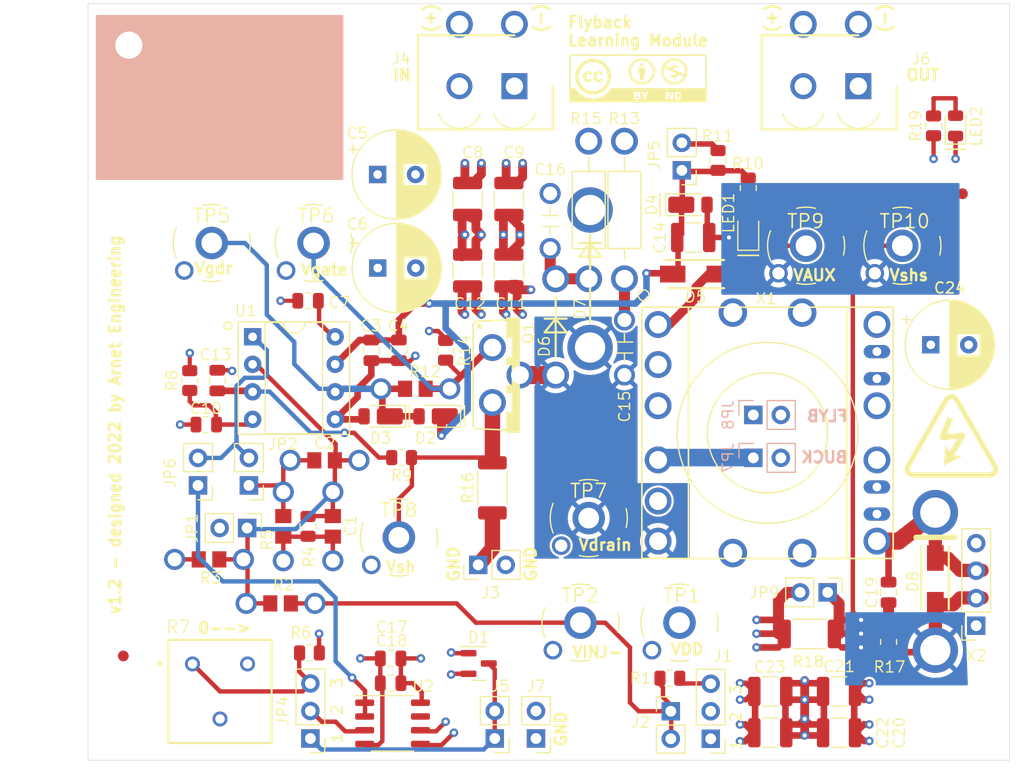
<source format=kicad_pcb>
(kicad_pcb (version 20221018) (generator pcbnew)
  (layers (0 "F.Cu" signal) (1 "In1.Cu" signal) (2 "In2.Cu" signal) (31 "B.Cu" signal) (34 "B.Paste" user) (35 "F.Paste" user) (36 "B.SilkS" user "B.Silkscreen") (37 "F.SilkS" user "F.Silkscreen") (38 "B.Mask" user) (39 "F.Mask" user) (44 "Edge.Cuts" user))
  (net 0 "")
  (net 1 "VCC")
  (net 2 "GND")
  (net 3 "VDD")
  (net 4 "GND1")
  (net 5 "+5V")
  (net 6 "/flyback_1/N$15")
  (net 7 "Net-(U1-RT{slash}CT)")
  (net 8 "Net-(U1-ISENSE)")
  (net 9 "Net-(C19-Pad2)")
  (net 10 "/flyback_1/DK")
  (net 11 "/flyback_1/OUTPUT")
  (net 12 "Net-(D5-A)")
  (net 13 "/flyback_1/DA")
  (net 14 "/flyback_1/VINJ-")
  (net 15 "/flyback_1/COMP")
  (net 16 "Net-(C15-Pad1)")
  (net 17 "/flyback_1/VSHUNT")
  (net 25 "Net-(D6-A)")
  (net 26 "Net-(D6-C)")
  (net 27 "Net-(JP6-A)")
  (net 28 "Net-(LED1-A)")
  (net 29 "Net-(LED2-A)")
  (net 30 "Net-(JP4-C)")
  (net 31 "Net-(JP4-B)")
  (net 32 "Net-(JP2-A)")
  (net 33 "Net-(C1-Pad2)")
  (net 34 "Net-(J5-Pin_1)")
  (net 35 "Net-(Q1-G)")
  (net 37 "VBUS")
  (footprint "Shared_Testpoints:RIGOL_PROBE" (layer "F.Cu") (at 172.2501 92.4306)
    (fp_text reference "TP9")
    (fp_text value "TPTEK")
  )
  (footprint "Package_DIP:DIP-8_W7.62mm_Socket" (layer "F.Cu") (at 121.158 100.838)
    (fp_text reference "U1")
    (fp_text value "TEXAS_INSTRUMENTS_UC2844NG4TEXAS_INSTRUMENTS_UC2844NG4_0_0")
  )
  (footprint "Connector_PinHeader_2.54mm:PinHeader_1x02_P2.54mm_Vertical" (layer "F.Cu") (at 143.51 137.922 180)
    (fp_text reference "J5")
    (fp_text value "JTP1E")
  )
  (footprint "Capacitor_SMD:C_1210_3225Metric" (layer "F.Cu") (at 175.2981 133.5786)
    (fp_text reference "C21")
    (fp_text value "22uF/25V")
  )
  (footprint "Package_TO_SOT_SMD:SOT-23" (layer "F.Cu") (at 142.0241 130.998)
    (fp_text reference "D1")
    (fp_text value "BAS40-04")
  )
  (footprint "Shared_Pluggables:C_PTH_200_MIL" (layer "F.Cu") (at 148.6281 90.1446 -90)
    (fp_text reference "C16")
    (fp_text value "omit")
  )
  (footprint "Shared_Pluggables:DIOM5226X240N_NOSMD_PTH" (layer "F.Cu") (at 152.3111 95.4786 -90)
    (fp_text reference "D7")
    (fp_text value "omit")
  )
  (footprint "Shared_Pluggables:R_PTH_0805" (layer "F.Cu") (at 117.1321 121.3866 180)
    (fp_text reference "R3")
    (fp_text value "omit")
  )
  (footprint "Capacitor_SMD:C_1210_3225Metric" (layer "F.Cu") (at 175.2981 137.3886)
    (fp_text reference "C20")
    (fp_text value "22uF/25V")
  )
  (footprint "LOGO" (layer "F.Cu") (at 185.240343 109.942922)
    (fp_text reference "G***" hide)
    (fp_text value "LOGO" hide)
  )
  (footprint "Shared_Testpoints:RIGOL_PROBE" (layer "F.Cu") (at 181.1401 92.4306)
    (fp_text reference "TP10")
    (fp_text value "TPTEK")
  )
  (footprint "Connector_PinHeader_2.54mm:PinHeader_1x02_P2.54mm_Vertical" (layer "F.Cu") (at 141.986 121.8946 90)
    (fp_text reference "J3")
    (fp_text value "JTP1E")
  )
  (footprint "Shared_Pluggables:TP_6021" (layer "F.Cu") (at 140.2461 71.9836)
    (fp_text reference "TP3" hide)
    (fp_text value "TP_6021")
  )
  (footprint "Capacitor_SMD:C_1210_3225Metric" (layer "F.Cu") (at 144.8181 88.1126 -90)
    (fp_text reference "C9")
    (fp_text value "10uF/35V")
  )
  (footprint "Resistor_SMD:R_0805_2012Metric" (layer "F.Cu") (at 179.8701 129.0066 90)
    (fp_text reference "R17")
    (fp_text value "omit")
  )
  (footprint "Connector_PinHeader_2.54mm:PinHeader_1x02_P2.54mm_Vertical" (layer "F.Cu") (at 174.244 124.4346 -90)
    (fp_text reference "JP9")
    (fp_text value "JP1E")
  )
  (footprint "Shared_Pluggables:R_PTH_0805" (layer "F.Cu") (at 123.7361 125.4506 180)
    (fp_text reference "R2")
    (fp_text value "omit")
  )
  (footprint "Capacitor_SMD:C_1210_3225Metric" (layer "F.Cu") (at 141.0081 88.1126 -90)
    (fp_text reference "C8")
    (fp_text value "10uF/35V")
  )
  (footprint "Diode_SMD:D_PowerDI-123" (layer "F.Cu") (at 161.5821 88.646)
    (fp_text reference "D4")
    (fp_text value "omit")
  )
  (footprint "Resistor_SMD:R_2010_5025Metric" (layer "F.Cu") (at 143.2941 114.7826 90)
    (fp_text reference "R16")
    (fp_text value "0.05")
  )
  (footprint "Diode_SMD:D_PowerDI-123" (layer "F.Cu") (at 132.97 108.1786 180)
    (fp_text reference "D3")
    (fp_text value "DFLS140-7")
  )
  (footprint "Shared_Magnetics:CSV-PQ20-20" (layer "F.Cu") (at 168.6941 109.7026 -90)
    (fp_text reference "X1")
    (fp_text value "PQ20-20")
  )
  (footprint "Fiducial:Fiducial_1mm_Mask3mm" (layer "F.Cu") (at 109.22 130.302)
    (fp_text reference "FID3" hide)
    (fp_text value "Fiducial")
  )
  (footprint "Shared_Pluggables:DIOM5226X240N_PTH" (layer "F.Cu") (at 184.1881 123.4186 -90)
    (fp_text reference "D8")
    (fp_text value "omit")
  )
  (footprint "Resistor_SMD:R_0805_2012Metric" (layer "F.Cu") (at 159.6771 132.3594 180)
    (fp_text reference "R1")
    (fp_text value "10")
  )
  (footprint "Capacitor_SMD:C_0805_2012Metric" (layer "F.Cu") (at 133.8961 130.5306 180)
    (fp_text reference "C17")
    (fp_text value "1uF")
  )
  (footprint "Capacitor_SMD:C_1210_3225Metric" (layer "F.Cu") (at 168.9481 137.3886 180)
    (fp_text reference "C22")
    (fp_text value "22uF/25V")
  )
  (footprint "Shared_Pluggables:R_PTH_0805" (layer "F.Cu") (at 123.9901 118.3386 -90)
    (fp_text reference "R5")
    (fp_text value "omit")
  )
  (footprint "Shared_Pluggables:SHDR2W100P0X508_1X2_1216X850X1" (layer "F.Cu") (at 145.3261 77.6986 180)
    (fp_text reference "J4")
    (fp_text value "691311500102")
  )
  (footprint "Resistor_SMD:R_2010_5025Metric" (layer "F.Cu") (at 172.5515 128.27)
    (fp_text reference "R18")
    (fp_text value "0.05")
  )
  (footprint "Shared_Passives:DIOM5226X240N" (layer "F.Cu") (at 162.0901 95.0468)
    (fp_text reference "D5")
    (fp_text value "omit")
  )
  (footprint "Shared_Testpoints:RIGOL_PROBE" (layer "F.Cu") (at 134.6581 119.3546)
    (fp_text reference "TP8")
    (fp_text value "TPTEK")
  )
  (footprint "Shared_Pluggables:TO-220-3_PTH" (layer "F.Cu") (at 145.8341 104.3686 -90)
    (fp_text reference "Q1")
    (fp_text value "IRF512SOCKETS")
  )
  (footprint "Resistor_SMD:R_0805_2012Metric" (layer "F.Cu") (at 138.9761 102.0826 -90)
    (fp_text reference "R14")
    (fp_text value "100k")
  )
  (footprint "Shared_Pluggables:R_PTH_NOSMD" (layer "F.Cu") (at 155.4861 89.1286 90)
    (fp_text reference "R13")
    (fp_text value "omit")
  )
  (footprint "Capacitor_SMD:C_0805_2012Metric" (layer "F.Cu") (at 134.6581 102.0826 -90)
    (fp_text reference "C4")
    (fp_text value "100nF")
  )
  (footprint "Shared_Testpoints:RIGOL_PROBE" (layer "F.Cu") (at 117.3861 92.1766)
    (fp_text reference "TP5")
    (fp_text value "TPTEK")
  )
  (footprint "Connector_PinHeader_2.54mm:PinHeader_1x03_P2.54mm_Vertical" (layer "F.Cu") (at 163.449 137.9474 180)
    (fp_text reference "J1")
    (fp_text value "JTP2E")
  )
  (footprint "Shared_Pluggables:TP_6021" (layer "F.Cu") (at 145.3261 71.9836)
    (fp_text reference "TP4" hide)
    (fp_text value "TP_6021")
  )
  (footprint "Connector_PinHeader_2.54mm:PinHeader_1x02_P2.54mm_Vertical" (layer "F.Cu") (at 147.32 137.922 180)
    (fp_text reference "J7")
    (fp_text value "JP1E")
  )
  (footprint "Connector_PinHeader_2.54mm:PinHeader_1x03_P2.54mm_Vertical" (layer "F.Cu") (at 126.492 137.922 180)
    (fp_text reference "JP4")
    (fp_text value "JP2E")
  )
  (footprint "Resistor_SMD:R_0805_2012Metric" (layer "F.Cu") (at 134.9121 111.9886 180)
    (fp_text reference "R9")
    (fp_text value "1k")
  )
  (footprint "Shared_Testpoints:RIGOL_PROBE" (layer "F.Cu") (at 126.7841 92.1766)
    (fp_text reference "TP6")
    (fp_text value "TPTEK")
  )
  (footprint "Resistor_SMD:R_0805_2012Metric" (layer "F.Cu") (at 184.023 81.3585 90)
    (fp_text reference "R19")
    (fp_text value "1.5k")
  )
  (footprint "Shared_Pluggables:TP_6021" (layer "F.Cu") (at 171.9961 71.9836)
    (fp_text reference "TP11" hide)
    (fp_text value "TP_6021")
  )
  (footprint "Capacitor_THT:CP_Radial_D8.0mm_P3.50mm" (layer "F.Cu") (at 132.713349 94.488)
    (fp_text reference "C6")
    (fp_text value "100uF/35V")
  )
  (footprint "Connector_PinHeader_2.54mm:PinHeader_1x02_P2.54mm_Vertical" (layer "F.Cu") (at 159.766 135.4074)
    (fp_text reference "J2")
    (fp_text value "JTP1E")
  )
  (footprint "LOGO" (layer "F.Cu") (at 156.718 76.962)
    (fp_text reference "G***" hide)
    (fp_text value "LOGO" hide)
  )
  (footprint "Resistor_SMD:R_0805_2012Metric" (layer "F.Cu") (at 115.3541 104.8766 90)
    (fp_text reference "R8")
    (fp_text value "7.87k")
  )
  (footprint "Shared_Pluggables:TP_6021" (layer "F.Cu") (at 177.0761 71.9836)
    (fp_text reference "TP12" hide)
    (fp_text value "TP_6021")
  )
  (footprint "Shared_Pluggables:C_PTH_0805" (layer "F.Cu") (at 128.5621 118.3386 -90)
    (fp_text reference "C1")
    (fp_text value "omit")
  )
  (footprint "Shared_Pluggables:D_PTH_350_MIL" (layer "F.Cu") (at 149.1361 99.9236 -90)
    (fp_text reference "D6")
    (fp_text value "omit")
  )
  (footprint "Diode_SMD:D_0805_2012Metric" (layer "F.Cu") (at 186.055 81.3585 90)
    (fp_text reference "LED2")
    (fp_text value "red")
  )
  (footprint "Capacitor_SMD:C_1210_3225Metric" (layer "F.Cu") (at 168.9481 133.5786 180)
    (fp_text reference "C23")
    (fp_text value "22uF/25V")
  )
  (footprint "Shared_Passives:63M_1" (layer "F.Cu") (at 118.1481 133.5786 180)
    (fp_text reference "R7")
    (fp_text value "M63M103KB30T607")
  )
  (footprint "Capacitor_SMD:C_0805_2012Metric" (layer "F.Cu") (at 133.8961 132.8166 180)
    (fp_text reference "C18")
    (fp_text value "100nF")
  )
  (footprint "Shared_Pluggables:R_PTH_NOSMD" (layer "F.Cu") (at 152.1841 89.1286 90)
    (fp_text reference "R15")
    (fp_text value "omit")
  )
  (footprint "Capacitor_SMD:C_1210_3225Metric" (layer "F.Cu") (at 144.8181 94.7166 90)
    (fp_text reference "C11")
    (fp_text value "10uF/35V")
  )
  (footprint "Shared_Pluggables:C_PTH_200_MIL" (layer "F.Cu") (at 155.4861 101.8286 -90)
    (fp_text reference "C15")
    (fp_text value "omit")
  )
  (footprint "Fiducial:Fiducial_1mm_Mask3mm" (layer "F.Cu") (at 186.69 87.63)
    (fp_text reference "FID1" hide)
    (fp_text value "Fiducial")
  )
  (footprint "Resistor_SMD:R_0805_2012Metric" (layer "F.Cu") (at 126.4031 130.0226 180)
    (fp_text reference "R6")
    (fp_text value "4.99k")
  )
  (footprint "Capacitor_THT:CP_Radial_D8.0mm_P3.50mm" (layer "F.Cu") (at 183.767349 101.5746)
    (fp_text reference "C24")
    (fp_text value "omit")
  )
  (footprint "Connector_PinHeader_2.54mm:PinHeader_1x02_P2.54mm_Vertical" (layer "F.Cu") (at 120.8151 114.559 180)
    (fp_text reference "JP2")
    (fp_text value "JP1E")
  )
  (footprint "MountingHole:MountingHole_2.5mm" (layer "F.Cu") (at 187.198 73.914)
    (fp_text reference "H2" hide)
    (fp_text value "MountingHole")
  )
  (footprint "Capacitor_THT:CP_Radial_D8.0mm_P3.50mm" (layer "F.Cu") (at 132.696606 85.852)
    (fp_text reference "C5")
    (fp_text value "100uF/35V")
  )
  (footprint "Connector_PinSocket_2.54mm:PinSocket_1x04_P2.54mm_Vertical" (layer "F.Cu") (at 187.96 127.508 180)
    (fp_text reference "X2")
    (fp_text value "omit")
  )
  (footprint "Resistor_SMD:R_0805_2012Metric" (layer "F.Cu") (at 166.9161 87.0966 -90)
    (fp_text reference "R10")
    (fp_text value "1.5k")
  )
  (footprint "Shared_Testpoints:RIGOL_PROBE" (layer "F.Cu") (at 151.4221 127.2286)
    (fp_text reference "TP2")
    (fp_text value "TPTEK")
  )
  (footprint "Capacitor_SMD:C_1210_3225Metric" (layer "F.Cu") (at 141.0081 94.7166 90)
    (fp_text reference "C12")
    (fp_text value "10uF/35V")
  )
  (footprint "MountingHole:MountingHole_2.5mm" (layer "F.Cu") (at 109.728 73.914)
    (fp_text reference "H1" hide)
    (fp_text value "MountingHole")
  )
  (footprint "MountingHole:MountingHole_2.5mm" (layer "F.Cu") (at 109.728 136.144)
    (fp_text reference "H3" hide)
    (fp_text value "MountingHole")
  )
  (footprint "Diode_SMD:D_0805_2012Metric" (layer "F.Cu") (at 166.9161 91.1606 90)
    (fp_text reference "LED1")
    (fp_text value "green")
  )
  (footprint "Shared_Pluggables:R_PTH_0805" (layer "F.Cu") (at 136.1821 105.6386 180)
    (fp_text reference "R12")
    (fp_text value "omit")
  )
  (footprint "Connector_PinHeader_2.54mm:PinHeader_1x02_P2.54mm_Vertical" (layer "F.Cu") (at 120.65 118.491 -90)
    (fp_text reference "JP1")
    (fp_text value "JP1E")
  )
  (footprint "Resistor_SMD:R_0805_2012Metric" (layer "F.Cu") (at 126.2761 118.3386 90)
    (fp_text reference "R4")
    (fp_text value "omit")
  )
  (footprint "Shared_Testpoints:RIGOL_PROBE" (layer "F.Cu") (at 160.5661 127.2286)
    (fp_text reference "TP1")
    (fp_text value "TPTEK")
  )
  (footprint "Capacitor_SMD:C_0805_2012Metric" (layer "F.Cu") (at 179.8701 124.4346 -90)
    (fp_text reference "C19")
    (fp_text value "omit")
  )
  (footprint "Capacitor_SMD:C_0805_2012Metric" (layer "F.Cu") (at 117.8941 104.8766 90)
    (fp_text reference "C13")
    (fp_text value "220pF")
  )
  (footprint "Diode_SMD:D_PowerDI-123" (layer "F.Cu") (at 138.05 108.1786 180)
    (fp_text reference "D2")
    (fp_text value "DFLS140-7")
  )
  (footprint "Package_SO:SO-8_3.9x4.9mm_P1.27mm" (layer "F.Cu") (at 134.077 136.525)
    (fp_text reference "U2")
    (fp_text value "OPA2340")
  )
  (footprint "Shared_Pluggables:C_PTH_0805" (layer "F.Cu") (at 127.8001 112.2426 180)
    (fp_text reference "C2")
    (fp_text value "omit")
  )
  (footprint "Capacitor_SMD:C_0805_2012Metric" (layer "F.Cu") (at 126.2761 97.5106 180)
    (fp_text reference "C7")
    (fp_text value "1uF")
  )
  (footprint "Capacitor_SMD:C_0805_2012Metric" (layer "F.Cu") (at 116.8781 108.9406 180)
    (fp_text reference "C10")
    (fp_text value "2.2nF")
  )
  (footprint "Shared_Pluggables:SHDR2W100P0X508_1X2_1216X850X1" (layer "F.Cu") (at 177.0761 77.6986 180)
    (fp_text reference "J6")
    (fp_text value "691311500102")
  )
  (footprint "Shared_Testpoints:RIGOL_PROBE" (layer "F.Cu") (at 152.1841 117.5766)
    (fp_text reference "TP7")
    (fp_text value "TPTEK")
  )
  (footprint "Fiducial:Fiducial_1mm_Mask3mm" (layer "F.Cu") (at 109.22 80.01)
    (fp_text reference "FID2" hide)
    (fp_text value "Fiducial")
  )
  (footprint "Resistor_SMD:R_0805_2012Metric" (layer "F.Cu") (at 164.1221 84.5566 90)
    (fp_text reference "R11")
    (fp_text value "omit")
  )
  (footprint "MountingHole:MountingHole_2.5mm" (layer "F.Cu") (at 187.198 136.144)
    (fp_text reference "H4" hide)
    (fp_text value "MountingHole")
  )
  (footprint "Connector_PinHeader_2.54mm:PinHeader_1x02_P2.54mm_Vertical" (layer "F.Cu") (at 160.782 85.471 180)
    (fp_text reference "JP5")
    (fp_text value "JP1E")
  )
  (footprint "Capacitor_SMD:C_1210_3225Metric" (layer "F.Cu") (at 161.8361 91.6686)
    (fp_text reference "C14")
    (fp_text value "omit")
  )
  (footprint "Connector_PinHeader_2.54mm:PinHeader_1x02_P2.54mm_Vertical" (layer "F.Cu") (at 116.1161 114.559 180)
    (fp_text reference "JP6")
    (fp_text value "JP1E")
  )
  (footprint "Capacitor_SMD:C_0805_2012Metric" (layer "F.Cu") (at 132.1181 102.0826 -90)
    (fp_text reference "C3")
    (fp_text value "1uF")
  )
  (footprint "Connector_PinHeader_2.54mm:PinHeader_1x02_P2.54mm_Vertical" (layer "B.Cu") (at 167.386 112.014 -90)
    (fp_text reference "JP7")
    (fp_text value "JP1E")
  )
  (footprint "Connector_PinHeader_2.54mm:PinHeader_1x02_P2.54mm_Vertical" (layer "B.Cu") (at 167.386 108.0516 -90)
    (fp_text reference "JP8")
    (fp_text value "JP1E")
  )
  (gr_circle (center 118.872 99.822) (end 119.126 100.076) (stroke (width 0.15)) (fill none) (layer "F.SilkS"))
  (gr_line (start 167.8686 93.3196) (end 165.9636 93.3196) (stroke (width 0.15)) (layer "F.SilkS"))
  (gr_line (start 140.716 107.188) (end 140.716 109.1692) (stroke (width 0.15)) (layer "F.SilkS"))
  (gr_line (start 158.75 87.63) (end 158.75 89.662) (stroke (width 0.15)) (layer "F.SilkS"))
  (gr_line (start 185.1152 83.5152) (end 186.9948 83.5152) (stroke (width 0.15)) (layer "F.SilkS"))
  (gr_line (start 135.636 107.188) (end 135.636 109.1692) (stroke (width 0.15)) (layer "F.SilkS"))
  (gr_line (start 191.0461 139.9286) (end 191.0461 70.0786) (stroke (width 0.05)) (layer "Edge.Cuts"))
  (gr_line (start 105.9561 139.9286) (end 191.0461 139.9286) (stroke (width 0.05)) (layer "Edge.Cuts"))
  (gr_line (start 105.9561 70.0786) (end 191.0461 70.0786) (stroke (width 0.05)) (layer "Edge.Cuts"))
  (gr_line (start 105.9561 139.9286) (end 105.9561 70.0786) (stroke (width 0.05)) (layer "Edge.Cuts"))
  (gr_text "FLYB" (at 176.1871 108.7628) (layer "B.SilkS") (effects (font (size 1.0414 1.0414) (thickness 0.2286)) (justify left bottom mirror)))
  (gr_text "BUCK" (at 176.1871 112.5728) (layer "B.SilkS") (effects (font (size 1.0414 1.0414) (thickness 0.2286)) (justify left bottom mirror)))
  (gr_text "Vdrain" (at 151.13 120.65) (layer "F.SilkS") (effects (font (size 1.0414 1.0414) (thickness 0.2286)) (justify left bottom)))
  (gr_text "IN" (at 134.0231 77.2668) (layer "F.SilkS") (effects (font (size 1.0414 1.0414) (thickness 0.2286)) (justify left bottom)))
  (gr_text "2" (at 129.54 135.89 90) (layer "F.SilkS") (effects (font (size 1 1)) (justify left bottom)))
  (gr_text "Vgate" (at 125.476 95.25) (layer "F.SilkS") (effects (font (size 1.0414 1.0414) (thickness 0.2286)) (justify left bottom)))
  (gr_text "(+)" (at 138.176 72.898 90) (layer "F.SilkS") (effects (font (size 1.0414 1.0414) (thickness 0.2286)) (justify left bottom)))
  (gr_text "(-)" (at 180.086 72.898 90) (layer "F.SilkS") (effects (font (size 1.0414 1.0414) (thickness 0.2286)) (justify left bottom)))
  (gr_text "Vgdr" (at 115.697 95.123) (layer "F.SilkS") (effects (font (size 1.0414 1.0414) (thickness 0.2286)) (justify left bottom)))
  (gr_text "v1.2 - designed 2022 by Arnet Engineering " (at 109.0549 126.5936 90) (layer "F.SilkS") (effects (font (size 1.0414 1.0414) (thickness 0.2286)) (justify left bottom)))
  (gr_text "2" (at 166.37 136.525 90) (layer "F.SilkS") (effects (font (size 1 1)) (justify left bottom)))
  (gr_text "1" (at 129.54 138.43 90) (layer "F.SilkS") (effects (font (size 1 1)) (justify left bottom)))
  (gr_text "OUT" (at 181.3941 77.2668) (layer "F.SilkS") (effects (font (size 1.0414 1.0414) (thickness 0.2286)) (justify left bottom)))
  (gr_text "Vshs" (at 179.832 95.758) (layer "F.SilkS") (effects (font (size 1.0414 1.0414) (thickness 0.2286)) (justify left bottom)))
  (gr_text "(-)" (at 148.336 72.898 90) (layer "F.SilkS") (effects (font (size 1.0414 1.0414) (thickness 0.2286)) (justify left bottom)))
  (gr_text "Vsh" (at 133.35 122.682) (layer "F.SilkS") (effects (font (size 1.0414 1.0414) (thickness 0.2286)) (justify left bottom)))
  (gr_text "Flyback\nLearning Module" (at 150.1521 74.0918) (layer "F.SilkS") (effects (font (size 1.0414 1.0414) (thickness 0.2286)) (justify left bottom)))
  (gr_text "MANY HAZARDS:\n- Shock\n- Flying Debris\n- Heat\n-> Don't touch\n-> Wear safety \n   glasses!" (at 113.1951 84.0994) (layer "F.SilkS") (effects (font (size 1.0414 1.0414) (thickness 0.2286)) (justify left bottom)))
  (gr_text "0-->" (at 115.9891 128.3208) (layer "F.SilkS") (effects (font (size 1.0414 1.0414) (thickness 0.2286)) (justify left bottom)))
  (gr_text "(+)" (at 169.672 72.898 90) (layer "F.SilkS") (effects (font (size 1.0414 1.0414) (thickness 0.2286)) (justify left bottom)))
  (gr_text "VAUX" (at 170.942 95.758) (layer "F.SilkS") (effects (font (size 1.0414 1.0414) (thickness 0.2286)) (justify left bottom)))
  (gr_text "GND" (at 147.4343 123.5456 90) (layer "F.SilkS") (effects (font (size 1.0414 1.0414) (thickness 0.2286)) (justify left bottom)))
  (gr_text "3" (at 129.54 133.35 90) (layer "F.SilkS") (effects (font (size 1 1)) (justify left bottom)))
  (gr_text "GND" (at 140.3223 123.5456 90) (layer "F.SilkS") (effects (font (size 1.0414 1.0414) (thickness 0.2286)) (justify left bottom)))
  (gr_text "VINJ-" (at 150.5585 130.556) (layer "F.SilkS") (effects (font (size 1.0414 1.0414) (thickness 0.2286)) (justify left bottom)))
  (gr_text "3" (at 166.37 133.985 90) (layer "F.SilkS") (effects (font (size 1 1)) (justify left bottom)))
  (gr_text "VDD" (at 159.639 130.302) (layer "F.SilkS") (effects (font (size 1.0414 1.0414) (thickness 0.2286)) (justify left bottom)))
  (gr_text "GND" (at 150.2283 138.7856 90) (layer "F.SilkS") (effects (font (size 1.0414 1.0414) (thickness 0.2286)) (justify left bottom)))
  (gr_text "1" (at 166.37 139.065 90) (layer "F.SilkS") (effects (font (size 1 1)) (justify left bottom)))
  (segment (start 138.5951 109.9566) (end 138.5951 108.2426) (width 0.8128) (layer "F.Cu") (net 1))
  (segment (start 164.0561 85.5726) (end 160.8201 85.5726) (width 0.508) (layer "F.Cu") (net 1))
  (segment (start 166.2761 85.5066) (end 164.1221 85.5066) (width 0.508) (layer "F.Cu") (net 1))
  (segment (start 159.9401 95.0468) (end 159.8639 94.9706) (width 0.508) (layer "F.Cu") (net 1))
  (segment (start 160.8201 88.5576) (end 160.8201 85.5726) (width 0.508) (layer "F.Cu") (net 1))
  (segment (start 128.8161 103.3526) (end 131.0361 101.1326) (width 0.6096) (layer "F.Cu") (net 1))
  (segment (start 131.0361 101.1326) (end 132.1181 101.1326) (width 0.6096) (layer "F.Cu") (net 1))
  (segment (start 160.7571 88.6206) (end 160.8201 88.5576) (width 0.508) (layer "F.Cu") (net 1))
  (segment (start 134.6581 99.2886) (end 136.1821 97.7646) (width 0.6096) (layer "F.Cu") (net 1))
  (segment (start 132.1181 101.1326) (end 134.6581 101.1326) (width 0.508) (layer "F.Cu") (net 1))
  (segment (start 160.7571 91.3476) (end 160.7571 88.6206) (width 0.508) (layer "F.Cu") (net 1))
  (segment (start 166.9161 86.1466) (end 166.2761 85.5066) (width 0.508) (layer "F.Cu") (net 1))
  (segment (start 160.4361 91.6686) (end 160.7571 91.3476) (width 0.508) (layer "F.Cu") (net 1))
  (segment (start 159.8639 94.9706) (end 157.5181 94.9706) (width 0.6096) (layer "F.Cu") (net 1))
  (segment (start 159.8639 94.9706) (end 160.4361 94.3984) (width 0.508) (layer "F.Cu") (net 1))
  (segment (start 164.1221 85.5066) (end 164.0561 85.5726) (width 0.508) (layer "F.Cu") (net 1))
  (segment (start 134.6581 101.1326) (end 134.6581 99.2886) (width 0.6096) (layer "F.Cu") (net 1))
  (segment (start 136.1821 97.7646) (end 137.4521 97.7646) (width 0.6096) (layer "F.Cu") (net 1))
  (segment (start 160.4361 94.3984) (end 160.4361 91.6686) (width 0.508) (layer "F.Cu") (net 1))
  (via (at 157.5181 94.9706) (size 0.7874) (drill 0.381) (layers "F.Cu" "B.Cu") (net 1))
  (via (at 137.4521 97.7646) (size 0.7874) (drill 0.381) (layers "F.Cu" "B.Cu") (net 1))
  (via (at 138.5951 109.9566) (size 0.7874) (drill 0.381) (layers "F.Cu" "B.Cu") (net 1))
  (segment (start 156.5021 97.7646) (end 157.5181 96.7486) (width 0.6096) (layer "B.Cu") (net 1))
  (segment (start 141.0081 107.5436) (end 141.0081 102.0826) (width 0.6096) (layer "B.Cu") (net 1))
  (segment (start 156.5021 97.7646) (end 138.9761 97.7646) (width 0.6096) (layer "B.Cu") (net 1))
  (segment (start 157.5181 96.7486) (end 157.5181 94.9706) (width 0.6096) (layer "B.Cu") (net 1))
  (segment (start 138.5951 109.9566) (end 141.0081 107.5436) (width 0.6096) (layer "B.Cu") (net 1))
  (segment (start 138.9761 97.7646) (end 137.4521 97.7646) (width 0.6096) (layer "B.Cu") (net 1))
  (segment (start 138.9761 100.0506) (end 138.9761 97.7646) (width 0.6096) (layer "B.Cu") (net 1))
  (segment (start 141.0081 102.0826) (end 138.9761 100.0506) (width 0.6096) (layer "B.Cu") (net 1))
  (segment (start 140.5001 91.1606) (end 140.5001 89.8906) (width 0.8128) (layer "F.Cu") (net 2))
  (segment (start 144.3101 92.8086) (end 144.8181 93.3166) (width 0.8128) (layer "F.Cu") (net 2))
  (segment (start 165.6801 92.2106) (end 166.9161 92.2106) (width 0.508) (layer "F.Cu") (net 2))
  (segment (start 132.1181 103.0326) (end 134.6581 103.0326) (width 0.508) (layer "F.Cu") (net 2))
  (segment (start 140.7541 91.4146) (end 140.5001 91.6686) (width 0.8128) (layer "F.Cu") (net 2))
  (segment (start 119.1031 103.9266) (end 119.2657 103.9876) (width 0.4064) (layer "F.Cu") (net 2))
  (segment (start 141.7701 91.9226) (end 141.7701 92.9386) (width 0.8128) (layer "F.Cu") (net 2))
  (segment (start 141.7701 89.8906) (end 141.7701 90.9066) (width 0.8128) (layer "F.Cu") (net 2))
  (segment (start 144.3101 91.4146) (end 144.3101 92.8086) (width 0.8128) (layer "F.Cu") (net 2))
  (segment (start 140.5001 91.6686) (end 140.5001 93.4466) (width 0.8128) (layer "F.Cu") (net 2))
  (segment (start 145.8341 91.4146) (end 145.8341 90.6526) (width 0.8128) (layer "F.Cu") (net 2))
  (segment (start 130.8481 105.6386) (end 132.1181 104.3686) (width 0.6096) (layer "F.Cu") (net 2))
  (segment (start 140.7541 91.4146) (end 140.5001 91.1606) (width 0.8128) (layer "F.Cu") (net 2))
  (segment (start 138.2801 100.3046) (end 137.4521 100.3046) (width 0.4064) (layer "F.Cu") (net 2))
  (segment (start 136.7663 137.2616) (end 138.0871 137.2616) (width 0.4064) (layer "F.Cu") (net 2))
  (segment (start 163.1321 91.5646) (end 163.1321 88.6206) (width 0.508) (layer "F.Cu") (net 2))
  (segment (start 144.3101 90.0206) (end 144.8181 89.5126) (width 0.8128) (layer "F.Cu") (net 2))
  (segment (start 125.3261 97.5106) (end 123.7361 97.5106) (width 0.381) (layer "F.Cu") (net 2))
  (segment (start 140.8781 89.5126) (end 141.0081 89.5126) (width 0.8128) (layer "F.Cu") (net 2))
  (segment (start 129.6416 108.458) (end 128.778 108.458) (width 0.6096) (layer "F.Cu") (net 2))
  (segment (start 140.6301 93.3166) (end 141.0081 93.3166) (width 0.8128) (layer "F.Cu") (net 2))
  (segment (start 141.3861 89.8906) (end 141.7701 89.8906) (width 0.8128) (layer "F.Cu") (net 2))
  (segment (start 163.2361 91.6686) (end 165.1381 91.6686) (width 0.508) (layer "F.Cu") (net 2))
  (segment (start 114.4651 108.9406) (end 115.9281 108.9406) (width 0.4064) (layer "F.Cu") (net 2))
  (segment (start 114.0841 121.3866) (end 116.1821 121.3866) (width 0.4064) (layer "F.Cu") (net 2))
  (segment (start 142.2781 91.4146) (end 141.7701 91.9226) (width 0.8128) (layer "F.Cu") (net 2))
  (segment (start 145.8341 91.4146) (end 145.8341 92.1766) (width 0.8128) (layer "F.Cu") (net 2))
  (segment (start 138.0871 137.2616) (end 138.9761 136.3726) (width 0.4064) (layer "F.Cu") (net 2))
  (segment (start 139.0421 101.0666) (end 138.2801 100.3046) (width 0.4064) (layer "F.Cu") (net 2))
  (segment (start 132.7531 138.5316) (end 133.1341 138.1506) (width 0.4064) (layer "F.Cu") (net 2))
  (segment (start 128.778 108.458) (end 131.1656 108.458) (width 0.6096) (layer "F.Cu") (net 2))
  (segment (start 133.1341 138.1506) (end 133.1341 133.0046) (width 0.4064) (layer "F.Cu") (net 2))
  (segment (start 138.9761 101.1326) (end 139.0421 101.0666) (width 0.4064) (layer "F.Cu") (net 2))
  (segment (start 141.7701 92.9386) (end 141.5161 93.1926) (width 0.8128) (layer "F.Cu") (net 2))
  (segment (start 143.2941 117.5826) (end 143.2941 120.3706) (width 1.4224) (layer "F.Cu") (net 2))
  (segment (start 131.1656 108.458) (end 131.445 108.1786) (width 0.6096) (layer "F.Cu") (net 2))
  (segment (start 131.5339 138.5316) (end 132.7531 138.5316) (width 0.4064) (layer "F.Cu") (net 2))
  (segment (start 133.1341 133.0046) (end 132.9461 132.8166) (width 0.4064) (layer "F.Cu") (net 2))
  (segment (start 165.1381 91.6686) (end 165.6801 92.2106) (width 0.508) (layer "F.Cu") (net 2))
  (segment (start 145.8341 92.1766) (end 145.0721 92.9386) (width 0.8128) (layer "F.Cu") (net 2))
  (segment (start 141.0081 89.5126) (end 141.3861 89.8906) (width 0.8128) (layer "F.Cu") (net 2))
  (segment (start 134.6581 103.0986) (end 135.6741 103.0986) (width 0.4064) (layer "F.Cu") (net 2))
  (segment (start 139.4841 129.982) (end 139.5501 130.048) (width 0.4064) (layer "F.Cu") (net 2))
  (segment (start 117.8941 103.9266) (end 119.1031 103.9266) (width 0.4064) (layer "F.Cu") (net 2))
  (segment (start 140.5001 89.8906) (end 140.8781 89.5126) (width 0.8128) (layer "F.Cu") (net 2))
  (segment (start 144.3101 91.4146) (end 144.3101 90.0206) (width 0.8128) (layer "F.Cu") (net 2))
  (segment (start 139.5501 130.048) (end 140.9241 130.048) (width 0.4064) (layer "F.Cu") (net 2))
  (segment (start 141.5161 93.1926) (end 141.0081 93.1926) (width 0.8128) (layer "F.Cu") (net 2))
  (segment (start 129.667 108.4326) (end 128.8161 108.4326) (width 0.6096) (layer "F.Cu") (net 2))
  (segment (start 140.5001 93.4466) (end 140.6301 93.3166) (width 0.8128) (layer "F.Cu") (net 2))
  (segment (start 130.8481 106.4006) (end 130.8481 105.6386) (width 0.6096) (layer "F.Cu") (net 2))
  (segment (start 131.1021 130.5306) (end 132.9461 130.5306) (width 0.4064) (layer "F.Cu") (net 2))
  (segment (start 141.7701 90.9066) (end 142.2781 91.4146) (width 0.8128) (layer "F.Cu") (net 2))
  (segment (start 132.1181 104.3686) (end 132.1181 103.0326) (width 0.6096) (layer "F.Cu") (net 2))
  (segment (start 135.6741 103.0986) (end 136.1821 102.5906) (width 0.4064) (layer "F.Cu") (net 2))
  (segment (start 132.9461 130.5306) (end 132.9461 132.8166) (width 0.4064) (layer "F.Cu") (net 2))
  (segment (start 128.8161 108.4326) (end 130.8481 106.4006) (width 0.6096) (layer "F.Cu") (net 2))
  (segment (start 163.2361 91.6686) (end 163.1321 91.5646) (width 0.508) (layer "F.Cu") (net 2))
  (segment (start 129.667 108.4326) (end 129.6416 108.458) (width 0.6096) (layer "F.Cu") (net 2))
  (segment (start 143.2941 120.3706) (end 142.0241 121.8946) (width 1.4224) (layer "F.Cu") (net 2))
  (segment (start 145.8341 90.6526) (end 144.8181 89.6366) (width 0.8128) (layer "F.Cu") (net 2))
  (via (at 138.9761 136.3726) (size 0.7874) (drill 0.381) (layers "F.Cu" "B.Cu") (net 2))
  (via (at 119.2657 103.9876) (size 0.7874) (drill 0.381) (layers "F.Cu" "B.Cu") (net 2))
  (via (at 136.1821 102.5906) (size 0.7874) (drill 0.381) (layers "F.Cu" "B.Cu") (net 2))
  (via (at 131.1021 130.5306) (size 0.7874) (drill 0.381) (layers "F.Cu" "B.Cu") (net 2))
  (via (at 139.4841 129.982) (size 0.7874) (drill 0.381) (layers "F.Cu" "B.Cu") (net 2))
  (via (at 114.4651 108.9406) (size 0.7874) (drill 0.381) (layers "F.Cu" "B.Cu") (net 2))
  (via (at 137.4521 100.3046) (size 0.7874) (drill 0.381) (layers "F.Cu" "B.Cu") (net 2))
  (via (at 123.7361 97.5106) (size 0.7874) (drill 0.381) (layers "F.Cu" "B.Cu") (net 2))
  (via (at 144.3101 91.4146) (size 0.7874) (drill 0.381) (layers "F.Cu" "B.Cu") (net 2))
  (via (at 165.1381 91.6686) (size 0.7874) (drill 0.381) (layers "F.Cu" "B.Cu") (net 2))
  (via (at 142.2781 91.4146) (size 0.7874) (drill 0.381) (layers "F.Cu" "B.Cu") (net 2))
  (via (at 145.8341 91.4146) (size 0.7874) (drill 0.381) (layers "F.Cu" "B.Cu") (net 2))
  (via (at 140.7541 91.4146) (size 0.7874) (drill 0.381) (layers "F.Cu" "B.Cu") (net 2))
  (segment (start 170.3481 133.9626) (end 170.7261 134.3406) (width 0.508) (layer "F.Cu") (net 3))
  (segment (start 173.8981 133.5786) (end 173.8981 137.3886) (width 0.6096) (layer "F.Cu") (net 3))
  (segment (start 171.8691 132.8166) (end 170.7261 132.8166) (width 0.6096) (layer "F.Cu") (net 3))
  (segment (start 172.1231 134.3406) (end 172.1231 136.1186) (width 0.8128) (layer "F.Cu") (net 3))
  (segment (start 172.1231 137.5156) (end 172.2501 137.6426) (width 0.6096) (layer "F.Cu") (net 3))
  (segment (start 170.3481 133.5786) (end 170.3481 132.9406) (width 0.508) (layer "F.Cu") (net 3))
  (segment (start 171.6151 136.6266) (end 170.7261 136.6266) (width 0.6096) (layer "F.Cu") (net 3))
  (segment (start 170.3481 137.3886) (end 170.3481 133.5786) (width 0.6096) (layer "F.Cu") (net 3))
  (segment (start 172.1231 136.1186) (end 172.6311 136.6266) (width 0.6096) (layer "F.Cu") (net 3))
  (segment (start 170.6021 137.6426) (end 170.3481 137.3886) (width 0.6096) (layer "F.Cu") (net 3))
  (segment (start 172.1231 134.3406) (end 170.4721 134.3406) (width 0.6096) (layer "F.Cu") (net 3))
  (segment (start 172.1231 136.1186) (end 171.6151 136.6266) (width 0.6096) (layer "F.Cu") (net 3))
  (segment (start 172.1231 136.1186) (end 172.1231 137.5156) (width 0.8128) (layer "F.Cu") (net 3))
  (segment (start 170.3481 133.5786) (end 170.3481 133.9626) (width 0.508) (layer "F.Cu") (net 3))
  (segment (start 173.6441 137.6426) (end 173.8981 137.3886) (width 0.6096) (layer "F.Cu") (net 3))
  (segment (start 172.1231 132.5626) (end 172.1231 134.3406) (width 0.8128) (layer "F.Cu") (net 3))
  (segment (start 172.2501 137.6426) (end 173.6441 137.6426) (width 0.6096) (layer "F.Cu") (net 3))
  (segment (start 172.3771 132.8166) (end 174.0281 132.8166) (width 0.6096) (layer "F.Cu") (net 3))
  (segment (start 170.3481 132.9406) (end 170.7261 132.5626) (width 0.508) (layer "F.Cu") (net 3))
  (segment (start 160.6271 132.842) (end 163.3601 132.842) (width 0.4064) (layer "F.Cu") (net 3))
  (segment (start 172.6311 136.6266) (end 173.7741 136.6266) (width 0.6096) (layer "F.Cu") (net 3))
  (segment (start 184.023 84.4065) (end 184.023 82.3085) (width 0.4064) (layer "F.Cu") (net 3))
  (segment (start 172.1231 132.5626) (end 172.3771 132.8166) (width 0.6096) (layer "F.Cu") (net 3))
  (segment (start 172.1231 132.5626) (end 171.8691 132.8166) (width 0.6096) (layer "F.Cu") (net 3))
  (segment (start 172.1231 134.3406) (end 174.0281 134.3406) (width 0.6096) (layer "F.Cu") (net 3))
  (segment (start 172.1231 137.6426) (end 170.6021 137.6426) (width 0.6096) (layer "F.Cu") (net 3))
  (via (at 172.1231 137.6426) (size 0.7874) (drill 0.381) (layers "F.Cu" "B.Cu") (net 3))
  (via (at 172.1231 132.5626) (size 0.7874) (drill 0.381) (layers "F.Cu" "B.Cu") (net 3))
  (via (at 172.1231 134.3406) (size 0.7874) (drill 0.381) (layers "F.Cu" "B.Cu") (net 3))
  (via (at 184.023 84.4065) (size 0.7874) (drill 0.381) (layers "F.Cu" "B.Cu") (net 3))
  (via (at 172.1231 136.1186) (size 0.7874) (drill 0.381) (layers "F.Cu" "B.Cu") (net 3))
  (segment (start 169.7101 128.2386) (end 169.7041 128.2446) (width 1.016) (layer "F.Cu") (net 4))
  (segment (start 166.6621 136.6266) (end 166.1541 136.6266) (width 0.6096) (layer "F.Cu") (net 4))
  (segment (start 176.6981 133.5786) (end 176.6981 133.7086) (width 0.508) (layer "F.Cu") (net 4))
  (segment (start 176.6981 137.3886) (end 176.6981 134.4706) (width 0.6096) (layer "F.Cu") (net 4))
  (segment (start 176.6981 137.3886) (end 177.2061 137.8966) (width 0.508) (layer "F.Cu") (net 4))
  (segment (start 177.5841 138.1506) (end 176.8221 137.3886) (width 0.6096) (layer "F.Cu") (net 4))
  (segment (start 169.7101 125.1966) (end 169.7101 128.2386) (width 1.016) (layer "F.Cu") (net 4))
  (segment (start 166.7111 134.3406) (end 167.4731 133.5786) (width 0.5) (layer "F.Cu") (net 4))
  (segment (start 167.6781 129.5146) (end 169.7101 129.5146) (width 0.6096) (layer "F.Cu") (net 4))
  (segment (start 166.1541 134.3406) (end 166.7111 134.3406) (width 0.5) (layer "F.Cu") (net 4))
  (segment (start 171.7421 124.4346) (end 170.4721 124.4346) (width 1.016) (layer "F.Cu") (net 4))
  (segment (start 178.0921 136.6266) (end 177.5841 136.6266) (width 0.6096) (layer "F.Cu") (net 4))
  (segment (start 176.8221 133.8326) (end 176.8221 134.3466) (width 0.508) (layer "F.Cu") (net 4))
  (segment (start 166.1541 138.176) (end 166.6367 138.176) (width 0.6096) (layer "F.Cu") (net 4))
  (segment (start 166.6367 138.176) (end 167.4241 137.3886) (width 0.6096) (layer "F.Cu") (net 4))
  (segment (start 176.6981 134.4706) (end 176.5681 134.3406) (width 0.508) (layer "F.Cu") (net 4))
  (segment (start 176.8221 134.3466) (end 176.6981 134.4706) (width 0.508) (layer "F.Cu") (net 4))
  (segment (start 178.0921 132.8166) (end 177.4601 132.8166) (width 0.6096) (layer "F.Cu") (net 4))
  (segment (start 178.0921 138.1506) (end 177.5841 138.1506) (width 0.6096) (layer "F.Cu") (net 4))
  (segment (start 166.1541 132.8166) (end 166.7111 132.8166) (width 0.5) (layer "F.Cu") (net 4))
  (segment (start 167.5481 137.3886) (end 167.5481 133.5786) (width 0.6096) (layer "F.Cu") (net 4))
  (segment (start 176.6981 132.9406) (end 177.0761 132.5626) (width 0.508) (layer "F.Cu") (net 4))
  (segment (start 176.6981 133.5786) (end 177.2061 134.0866) (width 0.508) (layer "F.Cu") (net 4))
  (segment (start 170.4721 124.4346) (end 169.7101 125.1966) (width 1.016) (layer "F.Cu") (net 4))
  (segment (start 176.6981 133.7086) (end 176.8221 133.8326) (width 0.508) (layer "F.Cu") (net 4))
  (segment (start 176.6981 137.3886) (end 176.6981 136.7506) (width 0.508) (layer "F.Cu") (net 4))
  (segment (start 177.5841 136.6266) (end 176.8221 137.3886) (width 0.6096) (layer "F.Cu") (net 4))
  (segment (start 176.6981 136.7506) (end 177.0761 136.3726) (width 0.508) (layer "F.Cu") (net 4))
  (segment (start 186.055 84.4065) (end 186.055 82.4085) (width 0.4064) (layer "F.Cu") (net 4))
  (segment (start 166.7111 132.8166) (end 167.4731 133.5786) (width 0.5) (layer "F.Cu") (net 4))
  (segment (start 178.0921 134.3406) (end 177.5841 134.3406) (width 0.6096) (layer "F.Cu") (net 4))
  (segment (start 167.6781 128.2446) (end 169.7041 128.2446) (width 0.6096) (layer "F.Cu") (net 4))
  (segment (start 167.4241 137.3886) (end 166.6621 136.6266) (width 0.6096) (layer "F.Cu") (net 4))
  (segment (start 167.6781 126.9746) (end 169.7101 126.9746) (width 0.6096) (layer "F.Cu") (net 4))
  (segment (start 176.6981 133.5786) (end 176.6981 132.9406) (width 0.508) (layer "F.Cu") (net 4))
  (segment (start 177.5841 134.3406) (end 176.8221 133.5786) (width 0.6096) (layer "F.Cu") (net 4))
  (segment (start 177.4601 132.8166) (end 176.6981 133.5786) (width 0.6096) (layer "F.Cu") (net 4))
  (via (at 166.1541 138.176) (size 0.7874) (drill 0.381) (layers "F.Cu" "B.Cu") (net 4))
  (via (at 167.6781 126.9746) (size 0.7874) (drill 0.381) (layers "F.Cu" "B.Cu") (net 4))
  (via (at 166.1541 132.8166) (size 0.7874) (drill 0.381) (layers "F.Cu" "B.Cu") (net 4))
  (via (at 167.6781 128.2446) (size 0.7874) (drill 0.381) (layers "F.Cu" "B.Cu") (net 4))
  (via (at 186.055 84.4065) (size 0.7874) (drill 0.381) (layers "F.Cu" "B.Cu") (net 4))
  (via (at 178.0921 138.1506) (size 0.7874) (drill 0.381) (layers "F.Cu" "B.Cu") (net 4))
  (via (at 166.1541 134.3406) (size 0.7874) (drill 0.381) (layers "F.Cu" "B.Cu") (net 4))
  (via (at 167.6781 129.5146) (size 0.7874) (drill 0.381) (layers "F.Cu" "B.Cu") (net 4))
  (via (at 178.0921 134.3406) (size 0.7874) (drill 0.381) (layers "F.Cu" "B.Cu") (net 4))
  (via (at 166.1541 136.6266) (size 0.7874) (drill 0.381) (layers "F.Cu" "B.Cu") (net 4))
  (via (at 178.0921 132.8166) (size 0.7874) (drill 0.381) (layers "F.Cu" "B.Cu") (net 4))
  (via (at 178.0921 136.6266) (size 0.7874) (drill 0.381) (layers "F.Cu" "B.Cu") (net 4))
  (segment (start 115.3541 103.9266) (end 115.3541 102.3366) (width 0.381) (layer "F.Cu") (net 5))
  (segment (start 136.7663 138.5316) (end 138.5951 138.5316) (width 0.4064) (layer "F.Cu") (net 5))
  (segment (start 136.7663 133.6548) (end 136.7663 134.7216) (width 0.4064) (layer "F.Cu") (net 5))
  (segment (start 134.8461 130.5306) (end 134.8461 132.8166) (width 0.4064) (layer "F.Cu") (net 5))
  (segment (start 135.9281 132.8166) (end 136.7663 133.6548) (width 0.4064) (layer "F.Cu") (net 5))
  (segment (start 128.5621 100.8126) (end 128.8161 100.8126) (width 0.4064) (layer "F.Cu") (net 5))
  (segment (start 139.4841 132.014) (end 139.5501 131.948) (width 0.4064) (layer "F.Cu") (net 5))
  (segment (start 127.2921 129.9616) (end 127.3531 130.0226) (width 0.4064) (layer "F.Cu") (net 5))
  (segment (start 138.5951 138.5316) (end 139.7381 137.3886) (width 0.4064) (layer "F.Cu") (net 5))
  (segment (start 127.2921 99.5426) (end 128.5621 100.8126) (width 0.4064) (layer "F.Cu") (net 5))
  (segment (start 127.2921 128.2446) (end 127.2921 129.9616) (width 0.4064) (layer "F.Cu") (net 5))
  (segment (start 127.2921 97.5766) (end 127.2921 99.5426) (width 0.4064) (layer "F.Cu") (net 5))
  (segment (start 134.8461 130.5306) (end 136.6901 130.5306) (width 0.4064) (layer "F.Cu") (net 5))
  (segment (start 134.8461 132.8166) (end 135.9281 132.8166) (width 0.4064) (layer "F.Cu") (net 5))
  (segment (start 139.5501 131.948) (end 140.9241 131.948) (width 0.4064) (layer "F.Cu") (net 5))
  (segment (start 127.2261 97.5106) (end 127.2921 97.5766) (width 0.4064) (layer "F.Cu") (net 5))
  (via (at 115.3541 102.3366) (size 0.7874) (drill 0.381) (layers "F.Cu" "B.Cu") (net 5))
  (via (at 139.7381 137.3886) (size 0.7874) (drill 0.381) (layers "F.Cu" "B.Cu") (net 5))
  (via (at 127.2921 128.2446) (size 0.7874) (drill 0.381) (layers "F.Cu" "B.Cu") (net 5))
  (via (at 139.4841 132.014) (size 0.7874) (drill 0.381) (layers "F.Cu" "B.Cu") (net 5))
  (via (at 136.6901 130.5306) (size 0.7874) (drill 0.381) (layers "F.Cu" "B.Cu") (net 5))
  (segment (start 121.4501 103.3526) (end 128.8161 110.7186) (width 0.4064) (layer "F.Cu") (net 6))
  (segment (start 120.6881 121.3866) (end 120.6881 125.4506) (width 0.4064) (layer "F.Cu") (net 6))
  (segment (start 128.5621 115.1636) (end 128.5621 117.3886) (width 0.4064) (layer "F.Cu") (net 6))
  (segment (start 118.0821 121.3866) (end 120.1801 121.3866) (width 0.4064) (layer "F.Cu") (net 6))
  (segment (start 128.7501 112.2426) (end 128.7501 114.9756) (width 0.4064) (layer "F.Cu") (net 6))
  (segment (start 121.1961 103.3526) (end 121.4501 103.3526) (width 0.4064) (layer "F.Cu") (net 6))
  (segment (start 120.1801 121.3866) (end 120.6881 121.3866) (width 0.4064) (layer "F.Cu") (net 6))
  (segment (start 128.7501 114.9756) (end 128.5621 115.1636) (width 0.4064) (layer "F.Cu") (net 6))
  (segment (start 128.8161 112.1766) (end 128.7501 112.2426) (width 0.4064) (layer "F.Cu") (net 6))
  (segment (start 128.8161 110.7186) (end 128.8161 112.1766) (width 0.4064) (layer "F.Cu") (net 6))
  (segment (start 120.6881 125.4506) (end 122.7861 125.4506) (width 0.4064) (layer "F.Cu") (net 6))
  (segment (start 128.5621 117.3886) (end 126.2761 117.3886) (width 0.4064) (layer "F.Cu") (net 6))
  (segment (start 120.6881 121.3866) (end 120.6881 118.5926) (width 0.4064) (layer "F.Cu") (net 6))
  (segment (start 128.7501 112.2426) (end 130.9751 112.2426) (width 0.4064) (layer "F.Cu") (net 6))
  (segment (start 125.1331 118.5926) (end 128.5621 115.1636) (width 0.4064) (layer "B.Cu") (net 6))
  (segment (start 120.6881 118.5926) (end 125.1331 118.5926) (width 0.4064) (layer "B.Cu") (net 6))
  (segment (start 115.3541 105.8266) (end 115.3541 106.7816) (width 0.4064) (layer "F.Cu") (net 7))
  (segment (start 115.3541 106.7816) (end 115.7351 107.1626) (width 0.4064) (layer "F.Cu") (net 7))
  (segment (start 117.1321 107.1626) (end 117.7671 107.7976) (width 0.4064) (layer "F.Cu") (net 7))
  (segment (start 115.7351 107.1626) (end 117.1321 107.1626) (width 0.4064) (layer "F.Cu") (net 7))
  (segment (start 120.6881 108.9406) (end 121.1961 108.4326) (width 0.4064) (layer "F.Cu") (net 7))
  (segment (start 117.8281 108.9406) (end 120.6881 108.9406) (width 0.4064) (layer "F.Cu") (net 7))
  (segment (start 117.7671 107.7976) (end 117.7671 108.8796) (width 0.4064) (layer "F.Cu") (net 7))
  (segment (start 117.7671 108.8796) (end 117.8281 108.9406) (width 0.4064) (layer "F.Cu") (net 7))
  (segment (start 121.1961 105.8266) (end 121.1961 105.8926) (width 0.6096) (layer "F.Cu") (net 8))
  (segment (start 132.8141 111.9886) (end 130.5281 109.7026) (width 0.4064) (layer "F.Cu") (net 8))
  (segment (start 133.9621 111.9886) (end 132.8141 111.9886) (width 0.4064) (layer "F.Cu") (net 8))
  (segment (start 117.8941 105.8266) (end 121.1961 105.8266) (width 0.6096) (layer "F.Cu") (net 8))
  (segment (start 129.6441 109.7026) (end 130.5281 109.7026) (width 0.4064) (layer "F.Cu") (net 8))
  (via (at 129.6441 109.7026) (size 0.7874) (drill 0.381) (layers "F.Cu" "B.Cu") (net 8))
  (segment (start 126.5301 109.7026) (end 122.7201 105.8926) (width 0.4064) (layer "B.Cu") (net 8))
  (segment (start 126.5301 109.7026) (end 129.6441 109.7026) (width 0.4064) (layer "B.Cu") (net 8))
  (segment (start 122.7201 105.8926) (end 121.1961 105.8926) (width 0.4064) (layer "B.Cu") (net 8))
  (segment (start 179.8701 125.3846) (end 179.8701 128.0566) (width 1.016) (layer "F.Cu") (net 9))
  (segment (start 180.7921 119.7026) (end 184.1881 117.0686) (width 1.5748) (layer "F.Cu") (net 10))
  (segment (start 178.7941 119.7026) (end 179.8701 119.7026) (width 1.5748) (layer "F.Cu") (net 10))
  (segment (start 184.1881 121.2686) (end 184.1881 117.0686) (width 1.2192) (layer "F.Cu") (net 10))
  (segment (start 185.3401 121.2686) (end 186.4741 122.4026) (width 1.2192) (layer "F.Cu") (net 10))
  (segment (start 184.1881 121.2686) (end 185.3401 121.2686) (width 1.2192) (layer "F.Cu") (net 10))
  (segment (start 186.4741 122.4026) (end 188.5061 122.4026) (width 1.2192) (layer "F.Cu") (net 10))
  (segment (start 179.8701 123.4846) (end 179.8701 119.7026) (width 0.6096) (layer "F.Cu") (net 10))
  (segment (start 179.8701 119.7026) (end 180.7921 119.7026) (width 1.5748) (layer "F.Cu") (net 10))
  (segment (start 133.4511 108.1786) (end 136.1561 108.1786) (width 0.6096) (layer "F.Cu") (net 11))
  (segment (start 133.1341 105.6386) (end 135.2321 105.6386) (width 0.6096) (layer "F.Cu") (net 11))
  (segment (start 133.1341 107.8616) (end 133.4511 108.1786) (width 0.6096) (layer "F.Cu") (net 11))
  (segment (start 133.1341 105.6386) (end 133.1341 107.8616) (width 0.6096) (layer "F.Cu") (net 11))
  (segment (start 129.0701 105.6386) (end 127.2921 105.6386) (width 0.4064) (layer "B.Cu") (net 11))
  (segment (start 127.2921 105.6386) (end 125.0061 103.3526) (width 0.4064) (layer "B.Cu") (net 11))
  (segment (start 125.0061 103.3526) (end 125.0061 101.3206) (width 0.4064) (layer "B.Cu") (net 11))
  (segment (start 128.8161 105.8926) (end 129.0701 105.6386) (width 0.6096) (layer "B.Cu") (net 11))
  (segment (start 129.0701 105.6386) (end 133.1341 105.6386) (width 0.6096) (layer "B.Cu") (net 11))
  (segment (start 122.4661 94.2086) (end 120.4341 92.1766) (width 0.4064) (layer "B.Cu") (net 11))
  (segment (start 122.4661 98.7806) (end 122.4661 94.2086) (width 0.4064) (layer "B.Cu") (net 11))
  (segment (start 120.4341 92.1766) (end 117.3861 92.1766) (width 0.4064) (layer "B.Cu") (net 11))
  (segment (start 125.0061 101.3206) (end 122.4661 98.7806) (width 0.4064) (layer "B.Cu") (net 11))
  (segment (start 167.3479 95.0468) (end 169.9641 92.4306) (width 0.4064) (layer "F.Cu") (net 12))
  (segment (start 163.3601 94.9706) (end 164.1639 94.9706) (width 0.8128) (layer "F.Cu") (net 12))
  (segment (start 169.9641 92.4306) (end 172.2501 92.4306) (width 0.4064) (layer "F.Cu") (net 12))
  (segment (start 162.0901 97.2566) (end 162.0901 96.2406) (width 0.8128) (layer "F.Cu") (net 12))
  (segment (start 164.1639 94.9706) (end 164.2401 95.0468) (width 0.8128) (layer "F.Cu") (net 12))
  (segment (start 159.6441 99.7026) (end 162.0901 97.2566) (width 0.8128) (layer "F.Cu") (net 12))
  (segment (start 162.0901 96.2406) (end 163.3601 94.9706) (width 0.8128) (layer "F.Cu") (net 12))
  (segment (start 164.2401 95.0468) (end 167.3479 95.0468) (width 0.4064) (layer "F.Cu") (net 12))
  (segment (start 158.5941 99.7026) (end 159.6441 99.7026) (width 0.8128) (layer "F.Cu") (net 12))
  (segment (start 177.3301 129.5146) (end 175.5521 129.5146) (width 0.6096) (layer "F.Cu") (net 13))
  (segment (start 175.3041 128.2446) (end 177.3301 128.2446) (width 0.6096) (layer "F.Cu") (net 13))
  (segment (start 184.1881 125.5686) (end 185.8481 125.5686) (width 1.2192) (layer "F.Cu") (net 13))
  (segment (start 174.2821 124.4346) (end 175.3041 125.4566) (width 1.016) (layer "F.Cu") (net 13))
  (segment (start 184.0001 129.9566) (end 184.1881 129.7686) (width 0.6096) (layer "F.Cu") (net 13))
  (segment (start 176.5681 126.2126) (end 177.3301 126.9746) (width 0.4064) (layer "F.Cu") (net 13))
  (segment (start 177.3301 126.9746) (end 175.5521 126.9746) (width 0.6096) (layer "F.Cu") (net 13))
  (segment (start 186.4741 124.9426) (end 188.5061 124.9426) (width 1.2192) (layer "F.Cu") (net 13))
  (segment (start 176.5681 93.1926) (end 176.5681 126.2126) (width 0.4064) (layer "F.Cu") (net 13))
  (segment (start 179.8701 129.9566) (end 184.0001 129.9566) (width 0.6096) (layer "F.Cu") (net 13))
  (segment (start 185.8481 125.5686) (end 186.4741 124.9426) (width 1.2192) (layer "F.Cu") (net 13))
  (segment (start 184.1881 129.7686) (end 184.1881 125.5686) (width 1.2192) (layer "F.Cu") (net 13))
  (segment (start 181.1401 92.4306) (end 177.3301 92.4306) (width 0.4064) (layer "F.Cu") (net 13))
  (segment (start 177.3301 92.4306) (end 176.5681 93.1926) (width 0.4064) (layer "F.Cu") (net 13))
  (segment (start 175.3041 125.4566) (end 175.3041 128.2446) (width 1.016) (layer "F.Cu") (net 13))
  (via (at 177.3301 126.9746) (size 0.7874) (drill 0.381) (layers "F.Cu" "B.Cu") (net 13))
  (via (at 177.3301 128.2446) (size 0.7874) (drill 0.381) (layers "F.Cu" "B.Cu") (net 13))
  (via (at 177.3301 129.5146) (size 0.7874) (drill 0.381) (layers "F.Cu" "B.Cu") (net 13))
  (segment (start 159.0421 134.112) (end 159.8041 134.874) (width 0.4064) (layer "F.Cu") (net 14))
  (segment (start 155.9941 134.5946) (end 156.8069 135.4074) (width 0.4064) (layer "F.Cu") (net 14))
  (segment (start 159.8041 135.382) (end 159.8041 137.922) (width 0.4064) (layer "F.Cu") (net 14))
  (segment (start 124.6861 125.4506) (end 126.7841 125.4506) (width 0.4064) (layer "F.Cu") (net 14))
  (segment (start 141.7701 127.2286) (end 140.3731 125.8316) (width 0.4064) (layer "F.Cu") (net 14))
  (segment (start 156.8069 135.4074) (end 159.766 135.4074) (width 0.4064) (layer "F.Cu") (net 14))
  (segment (start 139.9921 125.4506) (end 140.3731 125.8316) (width 0.4064) (layer "F.Cu") (net 14))
  (segment (start 151.4221 127.2286) (end 141.7701 127.2286) (width 0.4064) (layer "F.Cu") (net 14))
  (segment (start 153.7081 127.2286) (end 155.9941 129.5146) (width 0.4064) (layer "F.Cu") (net 14))
  (segment (start 151.4221 127.2286) (end 153.7081 127.2286) (width 0.4064) (layer "F.Cu") (net 14))
  (segment (start 158.9811 133.157) (end 158.7271 132.842) (width 0.4064) (layer "F.Cu") (net 14))
  (segment (start 158.9811 133.157) (end 159.0421 133.218) (width 0.4064) (layer "F.Cu") (net 14))
  (segment (start 126.7841 125.4506) (end 139.9921 125.4506) (width 0.4064) (layer "F.Cu") (net 14))
  (segment (start 155.9941 129.5146) (end 155.9941 134.5946) (width 0.4064) (layer "F.Cu") (net 14))
  (segment (start 159.8041 134.874) (end 159.8041 135.382) (width 0.4064) (layer "F.Cu") (net 14))
  (segment (start 159.0421 133.218) (end 159.0421 134.112) (width 0.4064) (layer "F.Cu") (net 14))
  (segment (start 119.6721 105.3846) (end 119.6721 110.5916) (width 0.4064) (layer "B.Cu") (net 15))
  (segment (start 122.2121 104.6226) (end 120.4341 104.6226) (width 0.4064) (layer "B.Cu") (net 15))
  (segment (start 122.4661 104.3686) (end 122.2121 104.6226) (width 0.4064) (layer "B.Cu") (net 15))
  (segment (start 118.2447 112.019) (end 116.1161 112.019) (width 0.4064) (layer "B.Cu") (net 15))
  (segment (start 121.1961 100.8126) (end 122.4661 102.0826) (width 0.4064) (layer "B.Cu") (net 15))
  (segment (start 119.6721 110.5916) (end 119.6721 110.876) (width 0.4064) (layer "B.Cu") (net 15))
  (segment (start 122.4661 102.0826) (end 122.4661 104.3686) (width 0.4064) (layer "B.Cu") (net 15))
  (segment (start 120.4341 104.6226) (end 119.6721 105.3846) (width 0.4064) (layer "B.Cu") (net 15))
  (segment (start 119.6721 110.5916) (end 118.2447 112.019) (width 0.4064) (layer "B.Cu") (net 15))
  (segment (start 119.6721 110.876) (end 120.8151 112.019) (width 0.4064) (layer "B.Cu") (net 15))
  (segment (start 155.4861 95.4786) (end 155.4861 99.2886) (width 1.016) (layer "F.Cu") (net 16))
  (segment (start 135.8621 114.5946) (end 135.8621 111.9886) (width 0.4064) (layer "F.Cu") (net 17))
  (segment (start 135.8621 111.9886) (end 135.8681 111.9826) (width 0.4064) (layer "F.Cu") (net 17))
  (segment (start 134.6581 119.3546) (end 134.6581 115.7986) (width 0.4064) (layer "F.Cu") (net 17))
  (segment (start 143.2941 111.9826) (end 143.2941 106.9086) (width 1.4224) (layer "F.Cu") (net 17))
  (segment (start 135.8681 111.9826) (end 143.2941 111.9826) (width 0.4064) (layer "F.Cu") (net 17))
  (segment (start 134.6581 115.7986) (end 135.8621 114.5946) (width 0.4064) (layer "F.Cu") (net 17))
  (segment (start 149.1361 104.3686) (end 145.8341 104.3686) (width 1.6764) (layer "F.Cu") (net 25))
  (segment (start 149.1361 95.4786) (end 148.6281 94.9706) (width 1.016) (layer "F.Cu") (net 26))
  (segment (start 152.1841 95.4786) (end 149.1361 95.4786) (width 1.016) (layer "F.Cu") (net 26))
  (segment (start 148.6281 94.9706) (end 148.6281 92.6846) (width 1.016) (layer "F.Cu") (net 26))
  (segment (start 131.5339 133.5024) (end 131.5339 134.7216) (width 0.4064) (layer "F.Cu") (net 27))
  (segment (start 130.3401 132.3086) (end 131.5339 133.5024) (width 0.4064) (layer "F.Cu") (net 27))
  (segment (start 131.5339 134.7216) (end 131.5339 135.9916) (width 0.4064) (layer "F.Cu") (net 27))
  (via (at 130.3401 132.3086) (size 0.7874) (drill 0.381) (layers "F.Cu" "B.Cu") (net 27))
  (segment (start 118.4021 123.4186) (end 116.1161 121.1326) (width 0.4064) (layer "B.Cu") (net 27))
  (segment (start 127.2921 123.4186) (end 118.4021 123.4186) (width 0.4064) (layer "B.Cu") (net 27))
  (segment (start 128.8161 130.7846) (end 130.3401 132.3086) (width 0.4064) (layer "B.Cu") (net 27))
  (segment (start 127.2921 123.4186) (end 128.8161 124.9426) (width 0.4064) (layer "B.Cu") (net 27))
  (segment (start 116.1161 121.1326) (end 116.1161 114.559) (width 0.4064) (layer "B.Cu") (net 27))
  (segment (start 128.8161 124.9426) (end 128.8161 130.7846) (width 0.4064) (layer "B.Cu") (net 27))
  (segment (start 166.9161 90.1106) (end 166.9161 88.0466) (width 0.508) (layer "F.Cu") (net 28))
  (segment (start 184.023 80.4085) (end 184.023 78.8185) (width 0.4064) (layer "F.Cu") (net 29))
  (segment (start 184.023 78.8185) (end 186.055 78.8185) (width 0.4064) (layer "F.Cu") (net 29))
  (segment (start 186.055 78.8185) (end 186.055 80.3085) (width 0.4064) (layer "F.Cu") (net 29))
  (segment (start 127.5461 136.3726) (end 128.8161 136.3726) (width 0.4064) (layer "F.Cu") (net 30))
  (segment (start 128.8161 136.3726) (end 129.7051 137.2616) (width 0.4064) (layer "F.Cu") (net 30))
  (segment (start 129.7051 137.2616) (end 131.5339 137.2616) (width 0.4064) (layer "F.Cu") (net 30))
  (segment (start 126.5301 135.3566) (end 127.5461 136.3726) (width 0.4064) (layer "F.Cu") (net 30))
  (segment (start 126.5301 132.8166) (end 125.7681 133.5786) (width 0.4064) (layer "F.Cu") (net 31))
  (segment (start 115.6081 131.0386) (end 118.1481 133.5786) (width 0.4064) (layer "F.Cu") (net 31))
  (segment (start 125.4531 131.7396) (end 125.4531 130.0226) (width 0.4064) (layer "F.Cu") (net 31))
  (segment (start 126.5301 132.8166) (end 125.4531 131.7396) (width 0.4064) (layer "F.Cu") (net 31))
  (segment (start 125.7681 133.5786) (end 118.1481 133.5786) (width 0.4064) (layer "F.Cu") (net 31))
  (segment (start 123.3855 114.559) (end 123.9901 115.1636) (width 0.4064) (layer "F.Cu") (net 32))
  (segment (start 124.6251 112.2426) (end 126.8501 112.2426) (width 0.4064) (layer "F.Cu") (net 32))
  (segment (start 120.8151 114.559) (end 123.3855 114.559) (width 0.4064) (layer "F.Cu") (net 32))
  (segment (start 123.9901 112.8776) (end 123.9901 114.2746) (width 0.4064) (layer "F.Cu") (net 32))
  (segment (start 123.9901 112.8776) (end 124.6251 112.2426) (width 0.4064) (layer "F.Cu") (net 32))
  (segment (start 123.9901 115.2906) (end 123.9901 117.3886) (width 0.4064) (layer "F.Cu") (net 32))
  (segment (start 123.9901 114.2746) (end 123.9901 115.2906) (width 0.4064) (layer "F.Cu") (net 32))
  (segment (start 126.2761 119.2886) (end 123.9901 119.2886) (width 0.4064) (layer "F.Cu") (net 33))
  (segment (start 123.9901 119.2886) (end 123.9901 121.3866) (width 0.4064) (layer "F.Cu") (net 33))
  (segment (start 128.5621 119.2886) (end 128.5621 121.5136) (width 0.4064) (layer "F.Cu") (net 33))
  (segment (start 128.5621 119.2886) (end 126.2761 119.2886) (width 0.4064) (layer "F.Cu") (net 33))
  (segment (start 143.51 137.922) (end 143.51 135.382) (width 0.4064) (layer "F.Cu") (net 34))
  (segment (start 143.51 135.382) (end 143.51 131.5464) (width 0.4064) (layer "F.Cu") (net 34))
  (segment (start 143.51 131.5464) (end 142.9616 130.998) (width 0.4064) (layer "F.Cu") (net 34))
  (segment (start 142.494 138.938) (end 143.51 137.922) (width 0.4064) (layer "B.Cu") (net 34))
  (segment (start 127.508 138.938) (end 142.494 138.938) (width 0.4064) (layer "B.Cu") (net 34))
  (segment (start 126.492 137.922) (end 127.508 138.938) (width 0.4064) (layer "B.Cu") (net 34))
  (segment (start 138.9761 103.0326) (end 140.3121 104.3686) (width 0.4064) (layer "F.Cu") (net 35))
  (segment (start 139.2301 105.6386) (end 140.5001 104.3686) (width 0.6096) (layer "F.Cu") (net 35))
  (segment (start 137.1321 105.6386) (end 139.2301 105.6386) (width 0.6096) (layer "F.Cu") (net 35))
  (segment (start 140.3121 104.3686) (end 140.5001 104.3686) (width 0.4064) (layer "F.Cu") (net 35))
  (segment (start 140.5001 104.3686) (end 143.0401 101.8286) (width 0.6096) (layer "F.Cu") (net 35))
  (segment (start 143.0401 101.8286) (end 143.2941 101.8286) (width 0.6096) (layer "F.Cu") (net 35))
  (segment (start 126.7841 94.7166) (end 137.7061 105.6386) (width 0.4064) (layer "B.Cu") (net 35))
  (segment (start 126.7841 92.1766) (end 126.7841 94.7166) (width 0.4064) (layer "B.Cu") (net 35))
  (segment (start 137.7061 105.6386) (end 139.2301 105.6386) (width 0.4064) (layer "B.Cu") (net 35))
  (segment (start 146.0881 86.0806) (end 145.5801 86.5886) (width 0.8128) (layer "F.Cu") (net 37))
  (segment (start 140.7541 84.8106) (end 140.7541 86.4586) (width 0.8128) (layer "F.Cu") (net 37))
  (segment (start 144.3101 96.2406) (end 144.8181 96.2406) (width 0.8128) (layer "F.Cu") (net 37))
  (segment (start 144.5641 84.8106) (end 144.5641 86.4586) (width 0.8128) (layer "F.Cu") (net 37))
  (segment (start 145.5801 95.9866) (end 145.0721 95.9866) (width 0.8128) (layer "F.Cu") (net 37))
  (segment (start 144.3101 98.5266) (end 144.3101 96.2406) (width 0.8128) (layer "F.Cu") (net 37))
  (segment (start 142.2781 85.8266) (end 141.5161 86.5886) (width 0.8128) (layer "F.Cu") (net 37))
  (segment (start 142.2781 98.7806) (end 141.7701 98.2726) (width 0.8128) (layer "F.Cu") (net 37))
  (segment (start 140.7541 98.7806) (end 140.5001 98.5266) (width 0.8128) (layer "F.Cu") (net 37))
  (segment (start 144.5641 86.4586) (end 144.8181 86.7126) (width 0.8128) (layer "F.Cu") (net 37))
  (segment (start 141.7701 98.2726) (end 141.7701 96.4946) (width 0.8128) (layer "F.Cu") (net 37))
  (segment (start 145.5801 98.2726) (end 145.5801 95.9866) (width 0.8128) (layer "F.Cu") (net 37))
  (segment (start 144.5641 98.7806) (end 144.3101 98.5266) (width 0.8128) (layer "F.Cu") (net 37))
  (segment (start 140.5001 98.5266) (end 140.5001 96.4946) (width 0.8128) (layer "F.Cu") (net 37))
  (segment (start 146.0881 98.7806) (end 145.5801 98.2726) (width 0.8128) (layer "F.Cu") (net 37))
  (segment (start 145.1961 96.4946) (end 146.8501 96.4946) (width 0.8128) (layer "F.Cu") (net 37))
  (segment (start 163.5481 83.0326) (end 160.8201 83.0326) (width 0.508) (layer "F.Cu") (net 37))
  (segment (start 141.7701 96.4946) (end 141.3921 96.1166) (width 0.8128) (layer "F.Cu") (net 37))
  (segment (start 146.0881 84.8106) (end 146.0881 86.0806) (width 0.8128) (layer "F.Cu") (net 37))
  (segment (start 164.1221 83.6066) (end 163.5481 83.0326) (width 0.508) (layer "F.Cu") (net 37))
  (segment (start 144.8181 96.1166) (end 145.1961 96.4946) (width 0.8128) (layer "F.Cu") (net 37))
  (segment (start 140.5001 96.4946) (end 140.7541 96.2406) (width 0.8128) (layer "F.Cu") (net 37))
  (segment (start 141.3921 96.1166) (end 141.0081 96.1166) (width 0.8128) (layer "F.Cu") (net 37))
  (segment (start 142.2781 84.8106) (end 142.2781 85.8266) (width 0.8128) (layer "F.Cu") (net 37))
  (segment (start 140.7541 86.4586) (end 141.0081 86.7126) (width 0.8128) (layer "F.Cu") (net 37))
  (segment (start 140.7541 96.2406) (end 141.0081 96.2406) (width 0.8128) (layer "F.Cu") (net 37))
  (via (at 146.0881 84.8106) (size 0.7874) (drill 0.381) (layers "F.Cu" "B.Cu") (net 37))
  (via (at 146.8501 96.4946) (size 0.7874) (drill 0.381) (layers "F.Cu" "B.Cu") (net 37))
  (via (at 142.2781 98.7806) (size 0.7874) (drill 0.381) (layers "F.Cu" "B.Cu") (net 37))
  (via (at 146.0881 98.7806) (size 0.7874) (drill 0.381) (layers "F.Cu" "B.Cu") (net 37))
  (via (at 144.5641 84.8106) (size 0.7874) (drill 0.381) (layers "F.Cu" "B.Cu") (net 37))
  (via (at 142.2781 84.8106) (size 0.7874) (drill 0.381) (layers "F.Cu" "B.Cu") (net 37))
  (via (at 140.7541 98.7806) (size 0.7874) (drill 0.381) (layers "F.Cu" "B.Cu") (net 37))
  (via (at 144.5641 98.7806) (size 0.7874) (drill 0.381) (layers "F.Cu" "B.Cu") (net 37))
  (via (at 140.7541 84.8106) (size 0.7874) (drill 0.381) (layers "F.Cu" "B.Cu") (net 37))
  (segment (start 158.8081 111.9886) (end 167.4241 111.9886) (width 1.6256) (layer "B.Cu") (net 37))
  (segment (start 158.5941 112.2026) (end 158.8081 111.9886) (width 0.8128) (layer "B.Cu") (net 37))
  (zone (net 13) (net_name "/flyback_1/DA") (layer "B.Cu") (priority 6) (connect_pads (clearance 0.000001)) (min_thickness 0.2032) (fill yes (thermal_gap 0.4564) (thermal_bridge_width 0.4564))
    (polygon (pts (xy 187.19359 133.0198) (xy 175.8569 133.0198) (xy 175.8569 126.2634) (xy 186.923334 126.2634)))
  )
  (zone (net 2) (net_name "GND") (layer "B.Cu") (priority 6) (connect_pads (clearance 0.000001)) (min_thickness 0.2032) (fill yes (thermal_gap 0.4564) (thermal_bridge_width 0.4564))
    (polygon (pts (xy 186.4233 96.9518) (xy 164.4269 96.9518) (xy 164.4269 86.6394) (xy 186.4233 86.6394)))
  )
  (zone (net 25) (net_name "Net-(D6-A)") (layer "B.Cu") (priority 6) (connect_pads (clearance 0.000001)) (min_thickness 0.1905) (fill yes (thermal_gap 0.431) (thermal_bridge_width 0.431))
    (polygon (pts (xy 156.6926 114.3381) (xy 161.5186 114.3381) (xy 161.5186 121.3231) (xy 147.1676 121.3231) (xy 147.1676 98.9711) (xy 156.6926 98.9711)))
  )
  (zone (net 0) (net_name "") (layer "B.SilkS") (connect_pads (clearance 0.5)) (min_thickness 0.25) (fill yes (thermal_gap 0.5) (thermal_bridge_width 0.5))
    (polygon (pts (xy 106.68 71.12) (xy 129.54 71.12) (xy 129.54 86.36) (xy 106.68 86.36)))
  )
)
</source>
